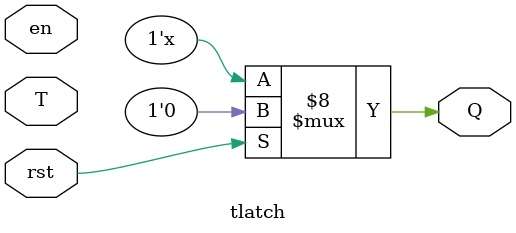
<source format=v>
module tlatch(
  input T,en,rst,
  output reg Q);
  
  always @ (T or en or rst) begin
   if(rst)
     Q<=0;
   else if(en) begin
     if(T)
       Q<=~Q;
   end 
  end
endmodule   

</source>
